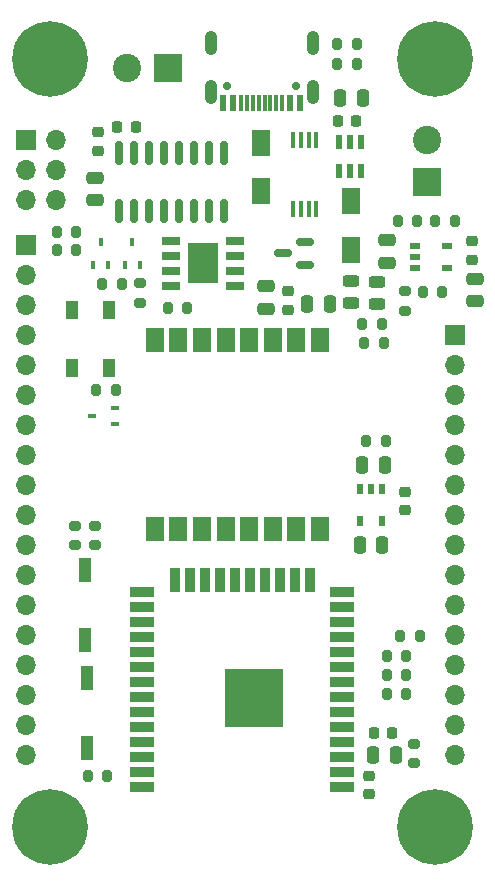
<source format=gts>
G04 #@! TF.GenerationSoftware,KiCad,Pcbnew,(6.0.7)*
G04 #@! TF.CreationDate,2022-10-10T16:15:31+05:30*
G04 #@! TF.ProjectId,esp_lora_iot,6573705f-6c6f-4726-915f-696f742e6b69,rev?*
G04 #@! TF.SameCoordinates,Original*
G04 #@! TF.FileFunction,Soldermask,Top*
G04 #@! TF.FilePolarity,Negative*
%FSLAX46Y46*%
G04 Gerber Fmt 4.6, Leading zero omitted, Abs format (unit mm)*
G04 Created by KiCad (PCBNEW (6.0.7)) date 2022-10-10 16:15:31*
%MOMM*%
%LPD*%
G01*
G04 APERTURE LIST*
G04 Aperture macros list*
%AMRoundRect*
0 Rectangle with rounded corners*
0 $1 Rounding radius*
0 $2 $3 $4 $5 $6 $7 $8 $9 X,Y pos of 4 corners*
0 Add a 4 corners polygon primitive as box body*
4,1,4,$2,$3,$4,$5,$6,$7,$8,$9,$2,$3,0*
0 Add four circle primitives for the rounded corners*
1,1,$1+$1,$2,$3*
1,1,$1+$1,$4,$5*
1,1,$1+$1,$6,$7*
1,1,$1+$1,$8,$9*
0 Add four rect primitives between the rounded corners*
20,1,$1+$1,$2,$3,$4,$5,0*
20,1,$1+$1,$4,$5,$6,$7,0*
20,1,$1+$1,$6,$7,$8,$9,0*
20,1,$1+$1,$8,$9,$2,$3,0*%
G04 Aperture macros list end*
%ADD10R,0.600000X1.200000*%
%ADD11RoundRect,0.200000X-0.200000X-0.275000X0.200000X-0.275000X0.200000X0.275000X-0.200000X0.275000X0*%
%ADD12R,0.700000X0.450000*%
%ADD13RoundRect,0.200000X-0.275000X0.200000X-0.275000X-0.200000X0.275000X-0.200000X0.275000X0.200000X0*%
%ADD14RoundRect,0.243750X0.456250X-0.243750X0.456250X0.243750X-0.456250X0.243750X-0.456250X-0.243750X0*%
%ADD15RoundRect,0.200000X0.200000X0.275000X-0.200000X0.275000X-0.200000X-0.275000X0.200000X-0.275000X0*%
%ADD16R,1.000000X2.000000*%
%ADD17R,1.700000X1.700000*%
%ADD18O,1.700000X1.700000*%
%ADD19R,1.500000X2.000000*%
%ADD20RoundRect,0.200000X0.275000X-0.200000X0.275000X0.200000X-0.275000X0.200000X-0.275000X-0.200000X0*%
%ADD21RoundRect,0.225000X-0.250000X0.225000X-0.250000X-0.225000X0.250000X-0.225000X0.250000X0.225000X0*%
%ADD22R,0.450000X0.700000*%
%ADD23R,1.000000X1.500000*%
%ADD24C,6.400000*%
%ADD25RoundRect,0.250000X-0.250000X-0.475000X0.250000X-0.475000X0.250000X0.475000X-0.250000X0.475000X0*%
%ADD26RoundRect,0.150000X0.150000X-0.825000X0.150000X0.825000X-0.150000X0.825000X-0.150000X-0.825000X0*%
%ADD27C,0.700000*%
%ADD28R,0.600000X1.450000*%
%ADD29R,0.300000X1.450000*%
%ADD30O,1.050000X2.100000*%
%ADD31R,2.400000X2.400000*%
%ADD32C,2.400000*%
%ADD33RoundRect,0.225000X0.225000X0.250000X-0.225000X0.250000X-0.225000X-0.250000X0.225000X-0.250000X0*%
%ADD34R,0.558800X0.946899*%
%ADD35RoundRect,0.250000X0.250000X0.475000X-0.250000X0.475000X-0.250000X-0.475000X0.250000X-0.475000X0*%
%ADD36RoundRect,0.225000X0.250000X-0.225000X0.250000X0.225000X-0.250000X0.225000X-0.250000X-0.225000X0*%
%ADD37R,1.525000X0.700000*%
%ADD38R,2.513000X3.402000*%
%ADD39R,1.550000X2.200000*%
%ADD40RoundRect,0.150000X0.587500X0.150000X-0.587500X0.150000X-0.587500X-0.150000X0.587500X-0.150000X0*%
%ADD41RoundRect,0.225000X-0.225000X-0.250000X0.225000X-0.250000X0.225000X0.250000X-0.225000X0.250000X0*%
%ADD42R,2.000000X0.900000*%
%ADD43R,0.900000X2.000000*%
%ADD44R,5.000000X5.000000*%
%ADD45R,0.946899X0.558800*%
%ADD46RoundRect,0.250000X-0.475000X0.250000X-0.475000X-0.250000X0.475000X-0.250000X0.475000X0.250000X0*%
%ADD47R,0.450000X1.475000*%
%ADD48RoundRect,0.250000X0.475000X-0.250000X0.475000X0.250000X-0.475000X0.250000X-0.475000X-0.250000X0*%
G04 APERTURE END LIST*
D10*
X181041000Y-59543000D03*
X181991000Y-59543000D03*
X182941000Y-59543000D03*
X182941000Y-57043000D03*
X181991000Y-57043000D03*
X181041000Y-57043000D03*
D11*
X161023800Y-69088000D03*
X162673800Y-69088000D03*
D12*
X162120800Y-80914000D03*
X162120800Y-79614000D03*
X160120800Y-80264000D03*
D13*
X158750000Y-89536000D03*
X158750000Y-91186000D03*
D14*
X184277000Y-70787500D03*
X184277000Y-68912500D03*
D15*
X158813000Y-64643000D03*
X157163000Y-64643000D03*
X186740800Y-103784400D03*
X185090800Y-103784400D03*
D13*
X160401000Y-89536000D03*
X160401000Y-91186000D03*
D11*
X185103000Y-100533200D03*
X186753000Y-100533200D03*
D16*
X159553500Y-99250500D03*
X159553500Y-93281500D03*
D17*
X154559000Y-56896000D03*
D18*
X157099000Y-56896000D03*
X154559000Y-59436000D03*
X157099000Y-59436000D03*
X154559000Y-61976000D03*
X157099000Y-61976000D03*
D11*
X188151000Y-69748400D03*
X189801000Y-69748400D03*
D13*
X186613800Y-69710800D03*
X186613800Y-71360800D03*
D19*
X179466000Y-73838800D03*
X177466000Y-73838800D03*
X175466000Y-73838800D03*
X173466000Y-73838800D03*
X171466000Y-73838800D03*
X169466000Y-73838800D03*
X167466000Y-73838800D03*
X165466000Y-73838800D03*
X165466000Y-89838800D03*
X167466000Y-89838800D03*
X169466000Y-89838800D03*
X171466000Y-89838800D03*
X173466000Y-89838800D03*
X175466000Y-89838800D03*
X177466000Y-89838800D03*
X179466000Y-89838800D03*
D20*
X187401200Y-109638600D03*
X187401200Y-107988600D03*
D15*
X161454600Y-110693200D03*
X159804600Y-110693200D03*
D21*
X183642000Y-110731000D03*
X183642000Y-112281000D03*
D22*
X162926000Y-67497200D03*
X164226000Y-67497200D03*
X163576000Y-65497200D03*
D23*
X161620000Y-71311600D03*
X158420000Y-71311600D03*
X158420000Y-76211600D03*
X161620000Y-76211600D03*
D11*
X166561000Y-71120000D03*
X168211000Y-71120000D03*
D24*
X156564000Y-50038000D03*
D11*
X186056000Y-63754000D03*
X187706000Y-63754000D03*
D15*
X187921400Y-98915200D03*
X186271400Y-98915200D03*
D25*
X178374000Y-70739000D03*
X180274000Y-70739000D03*
D26*
X162433000Y-62927000D03*
X163703000Y-62927000D03*
X164973000Y-62927000D03*
X166243000Y-62927000D03*
X167513000Y-62927000D03*
X168783000Y-62927000D03*
X170053000Y-62927000D03*
X171323000Y-62927000D03*
X171323000Y-57977000D03*
X170053000Y-57977000D03*
X168783000Y-57977000D03*
X167513000Y-57977000D03*
X166243000Y-57977000D03*
X164973000Y-57977000D03*
X163703000Y-57977000D03*
X162433000Y-57977000D03*
D27*
X177400000Y-52333500D03*
X171620000Y-52333500D03*
D28*
X177760000Y-53778500D03*
X176960000Y-53778500D03*
D29*
X175760000Y-53778500D03*
X174760000Y-53778500D03*
X174260000Y-53778500D03*
X173260000Y-53778500D03*
D28*
X171260000Y-53778500D03*
X172060000Y-53778500D03*
D29*
X172760000Y-53778500D03*
X173760000Y-53778500D03*
X175260000Y-53778500D03*
X176260000Y-53778500D03*
D30*
X178830000Y-52863500D03*
X170190000Y-52863500D03*
X178830000Y-48683500D03*
X170190000Y-48683500D03*
D31*
X188530000Y-60424000D03*
D32*
X188530000Y-56924000D03*
D17*
X154559000Y-65786000D03*
D18*
X154559000Y-68326000D03*
X154559000Y-70866000D03*
X154559000Y-73406000D03*
X154559000Y-75946000D03*
X154559000Y-78486000D03*
X154559000Y-81026000D03*
X154559000Y-83566000D03*
X154559000Y-86106000D03*
X154559000Y-88646000D03*
X154559000Y-91186000D03*
X154559000Y-93726000D03*
X154559000Y-96266000D03*
X154559000Y-98806000D03*
X154559000Y-101346000D03*
X154559000Y-103886000D03*
X154559000Y-106426000D03*
X154559000Y-108966000D03*
D33*
X163843000Y-55753000D03*
X162293000Y-55753000D03*
D21*
X192328800Y-65468200D03*
X192328800Y-67018200D03*
D15*
X162165800Y-78028800D03*
X160515800Y-78028800D03*
D34*
X184734200Y-86407249D03*
X183794400Y-86407249D03*
X182854600Y-86407249D03*
X182854600Y-89157551D03*
X184734200Y-89157551D03*
D11*
X157163000Y-66200000D03*
X158813000Y-66200000D03*
D35*
X183068000Y-53340000D03*
X181168000Y-53340000D03*
D11*
X180912000Y-50419000D03*
X182562000Y-50419000D03*
D36*
X186639200Y-88252600D03*
X186639200Y-86702600D03*
D37*
X166833000Y-65405000D03*
X166833000Y-66675000D03*
X166833000Y-67945000D03*
X166833000Y-69215000D03*
X172257000Y-69215000D03*
X172257000Y-67945000D03*
X172257000Y-66675000D03*
X172257000Y-65405000D03*
D38*
X169545000Y-67310000D03*
D36*
X160655000Y-57785000D03*
X160655000Y-56235000D03*
D39*
X182118000Y-66185000D03*
X182118000Y-62085000D03*
D16*
X159724500Y-102425500D03*
X159724500Y-108394500D03*
D40*
X178229500Y-67437000D03*
X178229500Y-65537000D03*
X176354500Y-66487000D03*
D41*
X184010000Y-107061000D03*
X185560000Y-107061000D03*
D35*
X184744400Y-91135200D03*
X182844400Y-91135200D03*
D14*
X182118000Y-70660500D03*
X182118000Y-68785500D03*
D42*
X181363000Y-111640000D03*
X181363000Y-110370000D03*
X181363000Y-109100000D03*
X181363000Y-107830000D03*
X181363000Y-106560000D03*
X181363000Y-105290000D03*
X181363000Y-104020000D03*
X181363000Y-102750000D03*
X181363000Y-101480000D03*
X181363000Y-100210000D03*
X181363000Y-98940000D03*
X181363000Y-97670000D03*
X181363000Y-96400000D03*
X181363000Y-95130000D03*
D43*
X178578000Y-94130000D03*
X177308000Y-94130000D03*
X176038000Y-94130000D03*
X174768000Y-94130000D03*
X173498000Y-94130000D03*
X172228000Y-94130000D03*
X170958000Y-94130000D03*
X169688000Y-94130000D03*
X168418000Y-94130000D03*
X167148000Y-94130000D03*
D42*
X164363000Y-95130000D03*
X164363000Y-96400000D03*
X164363000Y-97670000D03*
X164363000Y-98940000D03*
X164363000Y-100210000D03*
X164363000Y-101480000D03*
X164363000Y-102750000D03*
X164363000Y-104020000D03*
X164363000Y-105290000D03*
X164363000Y-106560000D03*
X164363000Y-107830000D03*
X164363000Y-109100000D03*
X164363000Y-110370000D03*
X164363000Y-111640000D03*
D44*
X173863000Y-104140000D03*
D11*
X183020200Y-72491600D03*
X184670200Y-72491600D03*
D45*
X187473849Y-65862200D03*
X187473849Y-66802000D03*
X187473849Y-67741800D03*
X190224151Y-67741800D03*
X190224151Y-65862200D03*
D25*
X183962000Y-108966000D03*
X185862000Y-108966000D03*
D11*
X185103000Y-102158800D03*
X186753000Y-102158800D03*
D35*
X184947600Y-84378800D03*
X183047600Y-84378800D03*
D33*
X182512000Y-55245000D03*
X180962000Y-55245000D03*
D46*
X174879000Y-69281000D03*
X174879000Y-71181000D03*
D47*
X179156000Y-56879000D03*
X178506000Y-56879000D03*
X177856000Y-56879000D03*
X177206000Y-56879000D03*
X177206000Y-62755000D03*
X177856000Y-62755000D03*
X178506000Y-62755000D03*
X179156000Y-62755000D03*
D11*
X180912000Y-48768000D03*
X182562000Y-48768000D03*
D24*
X189230000Y-115062000D03*
D11*
X183198000Y-74041000D03*
X184848000Y-74041000D03*
D36*
X176784000Y-71247000D03*
X176784000Y-69697000D03*
D31*
X166596000Y-50800000D03*
D32*
X163096000Y-50800000D03*
D39*
X174498000Y-61232000D03*
X174498000Y-57132000D03*
D11*
X183375800Y-82397600D03*
X185025800Y-82397600D03*
D13*
X164211000Y-69025000D03*
X164211000Y-70675000D03*
D48*
X192557400Y-70520600D03*
X192557400Y-68620600D03*
D24*
X189230000Y-50038000D03*
D46*
X160401000Y-60076000D03*
X160401000Y-61976000D03*
D22*
X160233600Y-67497200D03*
X161533600Y-67497200D03*
X160883600Y-65497200D03*
D24*
X156564000Y-115062000D03*
D17*
X190906400Y-73386000D03*
D18*
X190906400Y-75926000D03*
X190906400Y-78466000D03*
X190906400Y-81006000D03*
X190906400Y-83546000D03*
X190906400Y-86086000D03*
X190906400Y-88626000D03*
X190906400Y-91166000D03*
X190906400Y-93706000D03*
X190906400Y-96246000D03*
X190906400Y-98786000D03*
X190906400Y-101326000D03*
X190906400Y-103866000D03*
X190906400Y-106406000D03*
X190906400Y-108946000D03*
D11*
X189230000Y-63754000D03*
X190880000Y-63754000D03*
D46*
X185115200Y-65394800D03*
X185115200Y-67294800D03*
M02*

</source>
